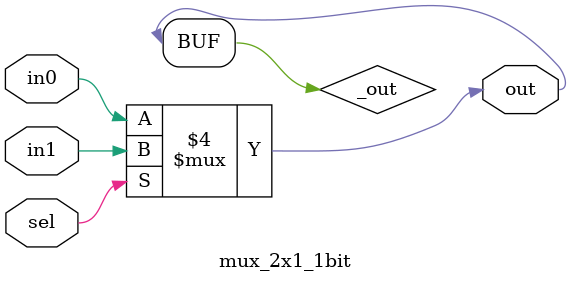
<source format=v>
module mux_2x1_1bit(
    input wire  in0,
    input wire  in1,
    input wire  sel,
    output wire out
);

reg _out;

always @(*) begin

    if (sel == 1'b0)
        _out = in0;
    else
        _out = in1;
end

assign out = _out;
endmodule
</source>
